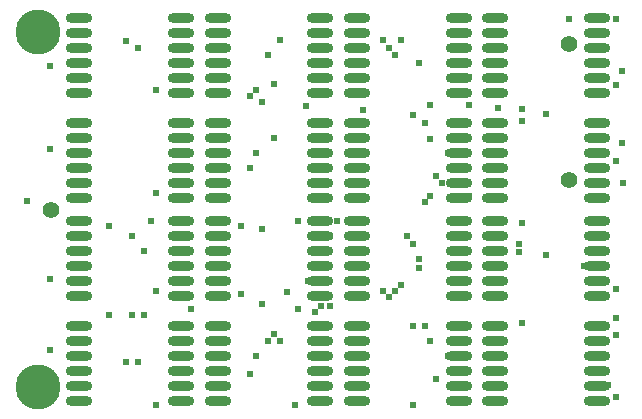
<source format=gts>
%FSLAX44Y44*%
%MOMM*%
G71*
G01*
G75*
G04 Layer_Color=8388736*
%ADD10O,2.0320X0.6096*%
%ADD11C,0.2000*%
%ADD12C,0.2032*%
%ADD13C,0.8000*%
%ADD14C,1.0000*%
%ADD15C,3.6000*%
%ADD16C,0.4000*%
%ADD17C,1.2000*%
%ADD18C,1.0160*%
%ADD19C,1.1000*%
%ADD20C,1.4000*%
%ADD21C,1.5000*%
%ADD22R,0.9398X1.0160*%
%ADD23R,0.9400X1.0160*%
%ADD24R,2.2000X0.3600*%
%ADD25R,3.0000X1.0000*%
%ADD26R,0.9652X0.8890*%
%ADD27R,0.8890X0.9652*%
%ADD28C,0.4000*%
%ADD29C,0.1500*%
%ADD30C,0.2540*%
%ADD31C,0.3000*%
%ADD32O,2.2352X0.8128*%
%ADD33C,3.8032*%
%ADD34C,0.6032*%
%ADD35C,1.4032*%
D32*
X-308640Y41000D02*
D03*
Y15600D02*
D03*
X-395000Y-22500D02*
D03*
X-308640Y2900D02*
D03*
Y-9800D02*
D03*
Y-22500D02*
D03*
Y-47900D02*
D03*
Y-60600D02*
D03*
Y-73300D02*
D03*
Y-86000D02*
D03*
Y-98700D02*
D03*
Y-111400D02*
D03*
X-395000D02*
D03*
Y-98700D02*
D03*
Y-86000D02*
D03*
Y-73300D02*
D03*
Y-60600D02*
D03*
X-308640Y28300D02*
D03*
X-395000Y-9800D02*
D03*
Y2900D02*
D03*
Y15600D02*
D03*
Y28300D02*
D03*
Y41000D02*
D03*
Y-47900D02*
D03*
X43860Y-169100D02*
D03*
Y2900D02*
D03*
X-191140Y-169100D02*
D03*
Y2900D02*
D03*
Y-131000D02*
D03*
Y-156400D02*
D03*
X-277500Y-194500D02*
D03*
X-191140Y-181800D02*
D03*
Y-194500D02*
D03*
Y-219900D02*
D03*
Y-232600D02*
D03*
Y-245300D02*
D03*
Y-258000D02*
D03*
Y-270700D02*
D03*
Y-283400D02*
D03*
X-277500D02*
D03*
Y-270700D02*
D03*
Y-258000D02*
D03*
Y-245300D02*
D03*
Y-232600D02*
D03*
X-191140Y-143700D02*
D03*
X-277500Y-181800D02*
D03*
Y-169100D02*
D03*
Y-156400D02*
D03*
Y-143700D02*
D03*
Y-131000D02*
D03*
Y-219900D02*
D03*
X-42500D02*
D03*
Y-47900D02*
D03*
X-277500D02*
D03*
X-395000Y-219900D02*
D03*
X-160000D02*
D03*
X-308640Y-131000D02*
D03*
Y-156400D02*
D03*
X-395000Y-194500D02*
D03*
X-308640Y-169100D02*
D03*
Y-181800D02*
D03*
Y-194500D02*
D03*
Y-219900D02*
D03*
Y-232600D02*
D03*
Y-245300D02*
D03*
Y-258000D02*
D03*
Y-270700D02*
D03*
Y-283400D02*
D03*
X-395000D02*
D03*
Y-270700D02*
D03*
Y-258000D02*
D03*
Y-245300D02*
D03*
Y-232600D02*
D03*
X-308640Y-143700D02*
D03*
X-395000Y-181800D02*
D03*
Y-169100D02*
D03*
Y-156400D02*
D03*
Y-143700D02*
D03*
Y-131000D02*
D03*
X-42500Y41000D02*
D03*
Y28300D02*
D03*
Y15600D02*
D03*
Y2900D02*
D03*
Y-9800D02*
D03*
X43860Y28300D02*
D03*
X-42500Y-60600D02*
D03*
Y-73300D02*
D03*
Y-86000D02*
D03*
Y-98700D02*
D03*
Y-111400D02*
D03*
X43860D02*
D03*
Y-98700D02*
D03*
Y-86000D02*
D03*
Y-73300D02*
D03*
Y-60600D02*
D03*
Y-47900D02*
D03*
Y-22500D02*
D03*
Y-9800D02*
D03*
X-42500Y-22500D02*
D03*
X43860Y15600D02*
D03*
Y41000D02*
D03*
X-277500D02*
D03*
Y28300D02*
D03*
Y15600D02*
D03*
Y2900D02*
D03*
Y-9800D02*
D03*
X-191140Y28300D02*
D03*
X-277500Y-60600D02*
D03*
Y-73300D02*
D03*
Y-86000D02*
D03*
Y-98700D02*
D03*
Y-111400D02*
D03*
X-191140D02*
D03*
Y-98700D02*
D03*
Y-86000D02*
D03*
Y-73300D02*
D03*
Y-60600D02*
D03*
Y-47900D02*
D03*
Y-22500D02*
D03*
Y-9800D02*
D03*
X-277500Y-22500D02*
D03*
X-191140Y15600D02*
D03*
Y41000D02*
D03*
X-42500Y-131000D02*
D03*
Y-143700D02*
D03*
Y-156400D02*
D03*
Y-169100D02*
D03*
Y-181800D02*
D03*
X43860Y-143700D02*
D03*
X-42500Y-232600D02*
D03*
Y-245300D02*
D03*
Y-258000D02*
D03*
Y-270700D02*
D03*
Y-283400D02*
D03*
X43860D02*
D03*
Y-270700D02*
D03*
Y-258000D02*
D03*
Y-245300D02*
D03*
Y-232600D02*
D03*
Y-219900D02*
D03*
Y-194500D02*
D03*
Y-181800D02*
D03*
X-42500Y-194500D02*
D03*
X43860Y-156400D02*
D03*
Y-131000D02*
D03*
X-160000D02*
D03*
Y-143700D02*
D03*
Y-156400D02*
D03*
Y-169100D02*
D03*
Y-181800D02*
D03*
X-73640Y-143700D02*
D03*
X-160000Y-232600D02*
D03*
Y-245300D02*
D03*
Y-258000D02*
D03*
Y-270700D02*
D03*
Y-283400D02*
D03*
X-73640D02*
D03*
Y-270700D02*
D03*
Y-258000D02*
D03*
Y-245300D02*
D03*
Y-232600D02*
D03*
Y-219900D02*
D03*
Y-194500D02*
D03*
Y-181800D02*
D03*
Y-169100D02*
D03*
X-160000Y-194500D02*
D03*
X-73640Y-156400D02*
D03*
Y-131000D02*
D03*
Y41000D02*
D03*
Y15600D02*
D03*
X-160000Y-22500D02*
D03*
X-73640Y2900D02*
D03*
Y-9800D02*
D03*
Y-22500D02*
D03*
Y-47900D02*
D03*
Y-60600D02*
D03*
Y-73300D02*
D03*
Y-86000D02*
D03*
Y-98700D02*
D03*
Y-111400D02*
D03*
X-160000D02*
D03*
Y-98700D02*
D03*
Y-86000D02*
D03*
Y-73300D02*
D03*
Y-60600D02*
D03*
X-73640Y28300D02*
D03*
X-160000Y-9800D02*
D03*
Y2900D02*
D03*
Y15600D02*
D03*
Y28300D02*
D03*
Y41000D02*
D03*
Y-47900D02*
D03*
D33*
X-430000Y29000D02*
D03*
Y-271000D02*
D03*
D34*
X-40000Y2500D02*
D03*
X-82500Y-73000D02*
D03*
X-77500Y-85000D02*
D03*
X-87500Y-98750D02*
D03*
X-92500Y-92500D02*
D03*
X-22500Y-150250D02*
D03*
X0Y-160000D02*
D03*
X-22500Y-157500D02*
D03*
X-122500Y-185000D02*
D03*
X-127500Y-190000D02*
D03*
X-132500Y-195000D02*
D03*
X-112500Y-150000D02*
D03*
X-137500Y-190000D02*
D03*
X-112500Y-220000D02*
D03*
X-117500Y-143750D02*
D03*
X-122500Y22500D02*
D03*
X-127500Y10000D02*
D03*
X-132500Y15750D02*
D03*
X-137500Y22500D02*
D03*
X-97500Y-61250D02*
D03*
X-102500Y-47500D02*
D03*
Y-220000D02*
D03*
X-97500Y-232500D02*
D03*
Y-110000D02*
D03*
X-102500Y-115000D02*
D03*
X-82500Y-245000D02*
D03*
X-77500Y-257500D02*
D03*
X-92500Y-265000D02*
D03*
X-182500Y-202500D02*
D03*
Y-143750D02*
D03*
X-190000Y-202500D02*
D03*
Y-156250D02*
D03*
X-225000Y-232500D02*
D03*
Y22500D02*
D03*
X-235000Y-232500D02*
D03*
Y10000D02*
D03*
X-340000Y-210000D02*
D03*
Y-156500D02*
D03*
X-350000Y-210000D02*
D03*
Y-143750D02*
D03*
X-345000Y-250000D02*
D03*
X-355000D02*
D03*
Y21250D02*
D03*
X-345000Y15500D02*
D03*
X-230000Y-15000D02*
D03*
Y-226250D02*
D03*
Y-60500D02*
D03*
X-112500Y-41250D02*
D03*
X-240000Y-137500D02*
D03*
Y-30000D02*
D03*
Y-201000D02*
D03*
X-107500Y-162750D02*
D03*
Y2750D02*
D03*
X-195000Y-169000D02*
D03*
Y2250D02*
D03*
Y-207500D02*
D03*
X32500Y-169000D02*
D03*
X40000Y2250D02*
D03*
X-245000Y-20000D02*
D03*
Y-245000D02*
D03*
Y-73250D02*
D03*
X-250000Y-25000D02*
D03*
Y-260000D02*
D03*
X-72500Y-168750D02*
D03*
Y3000D02*
D03*
X60000Y-188250D02*
D03*
Y-16000D02*
D03*
Y-79750D02*
D03*
X65000Y-3500D02*
D03*
Y-65000D02*
D03*
X-162500Y-181750D02*
D03*
Y-9750D02*
D03*
X60000Y-212750D02*
D03*
Y-227500D02*
D03*
X-308750Y-168750D02*
D03*
Y3000D02*
D03*
X-250000Y-86000D02*
D03*
X52500Y-270000D02*
D03*
X65500Y-98750D02*
D03*
X-42500Y-283400D02*
D03*
X-160000D02*
D03*
X-277500D02*
D03*
X-390500Y-283250D02*
D03*
X-389000Y41500D02*
D03*
X-277500Y41000D02*
D03*
X-160000D02*
D03*
X-42500D02*
D03*
X-330000Y-107500D02*
D03*
X-97500Y-32500D02*
D03*
X-155000Y-37250D02*
D03*
X60000Y-280000D02*
D03*
X43860Y-181800D02*
D03*
Y-131000D02*
D03*
X-20000Y-132500D02*
D03*
Y-36250D02*
D03*
Y-46250D02*
D03*
X0Y-40000D02*
D03*
X-40000Y-35000D02*
D03*
X-65000Y-32500D02*
D03*
X60000Y40000D02*
D03*
X20000D02*
D03*
X-420000Y0D02*
D03*
Y-70000D02*
D03*
Y-180000D02*
D03*
Y-240000D02*
D03*
X-330000Y-190000D02*
D03*
Y-286250D02*
D03*
X-212500D02*
D03*
X-112500D02*
D03*
X-20000Y-217500D02*
D03*
X-300000Y-205000D02*
D03*
X-370000Y-210000D02*
D03*
X-210000Y-205000D02*
D03*
X-219000Y-191250D02*
D03*
X-257500Y-192500D02*
D03*
X-107500Y-170750D02*
D03*
X-65000Y-109250D02*
D03*
X-210000Y-130750D02*
D03*
X-176250Y-131000D02*
D03*
X-257500Y-135000D02*
D03*
X-333750Y-130750D02*
D03*
X-370000Y-135000D02*
D03*
X-187500Y-111250D02*
D03*
X-186250Y-9000D02*
D03*
X-330000Y-19750D02*
D03*
X-202500Y-33500D02*
D03*
X-65000Y-9000D02*
D03*
X-66000Y-131000D02*
D03*
X-201500Y-181750D02*
D03*
X-439005Y-114000D02*
D03*
D35*
X20000Y-95750D02*
D03*
Y18750D02*
D03*
X-419000Y-121250D02*
D03*
M02*

</source>
